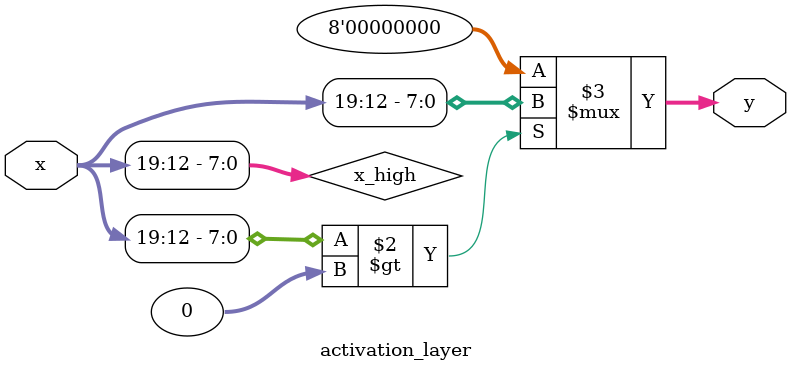
<source format=v>
module activation_layer #(
    parameter ACT_TYPE = "RELU"  // 激活函数类型: "RELU", "LEAKY_RELU", "SIGMOID", "TANH"
)(
    input  signed [19:0] x,  // 20-bit 输入数据
    output reg signed [7:0] y // 8-bit 输出数据
);

    wire signed [7:0] x_high = x[19:12]; // 取高 8 位

    always @(*) begin
        case (ACT_TYPE)
            "RELU": begin
                y = (x_high > 0) ? x_high : 8'd0;
            end
            
            "LEAKY_RELU": begin
                y = (x_high > 0) ? x_high : (x_high >>> 3); // Leaky factor = 1/8
            end

            "SIGMOID": begin
                // 使用 x[19:14]（6-bit）作为查表索引
                case (x[19:14])
                    6'b000000: y = 8'd0;   // x << 0
                    6'b000001: y = 8'd16;
                    6'b000010: y = 8'd32;
                    6'b000011: y = 8'd48;
                    6'b000100: y = 8'd64;
                    6'b000101: y = 8'd80;
                    6'b000110: y = 8'd96;
                    6'b000111: y = 8'd112;
                    6'b001000: y = 8'd128; // 中心点 x = 0
                    6'b001001: y = 8'd144;
                    6'b001010: y = 8'd160;
                    6'b001011: y = 8'd176;
                    6'b001100: y = 8'd192;
                    6'b001101: y = 8'd208;
                    6'b001110: y = 8'd224;
                    6'b001111: y = 8'd240;
                    default  : y = 8'd255;
                endcase
            end

            "TANH": begin
                // 近似 Tanh 函数：使用 x[19:14]（6-bit）作为查表索引
                case (x[19:14])
                    6'b000000: y = -8'd127;
                    6'b000001: y = -8'd96;
                    6'b000010: y = -8'd64;
                    6'b000011: y = -8'd32;
                    6'b000100: y = -8'd16;
                    6'b000101: y = 8'd0;
                    6'b000110: y = 8'd16;
                    6'b000111: y = 8'd32;
                    6'b001000: y = 8'd64;
                    6'b001001: y = 8'd96;
                    6'b001010: y = 8'd127;
                    default  : y = 8'd127;
                endcase
            end

            default: begin
                y = x_high;  // 未知激活函数，直接输出
            end
        endcase
    end

endmodule

</source>
